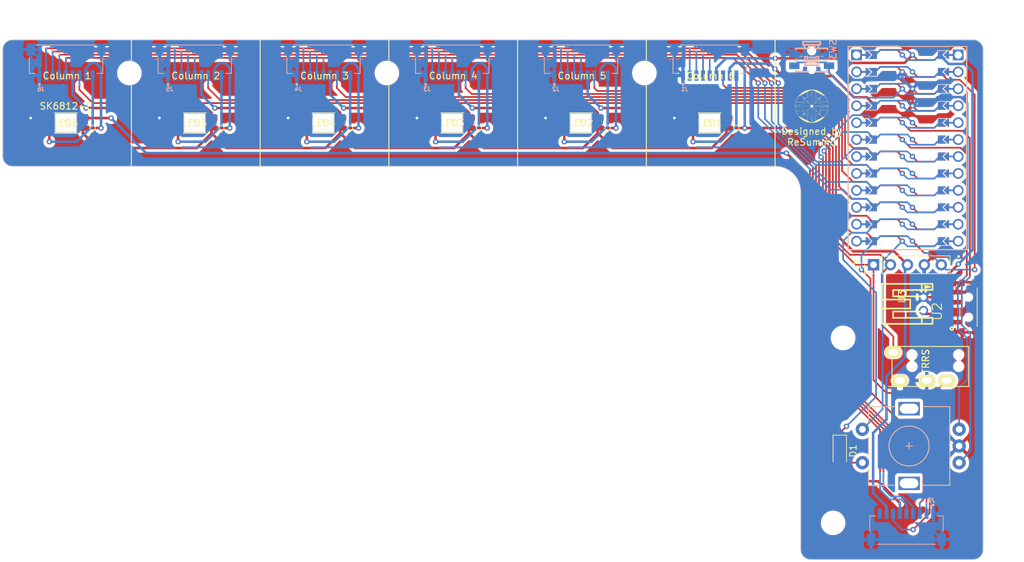
<source format=kicad_pcb>
(kicad_pcb (version 20221018) (generator pcbnew)
  (layers (0 "F.Cu" signal) (31 "B.Cu" signal) (34 "B.Paste" user) (35 "F.Paste" user) (36 "B.SilkS" user "B.Silkscreen") (37 "F.SilkS" user "F.Silkscreen") (38 "B.Mask" user) (39 "F.Mask" user) (44 "Edge.Cuts" user))
  (net 0 "")
  (net 1 "GND")
  (net 2 "/Row1")
  (net 3 "/Row2")
  (net 4 "/Row3")
  (net 5 "/Row4")
  (net 6 "/V+")
  (net 7 "SCL")
  (net 8 "SDA")
  (net 9 "/RGB_In1")
  (net 10 "/Col_In1")
  (net 11 "/Col_In2")
  (net 12 "/Col_In3")
  (net 13 "/Col_In4")
  (net 14 "/Col_In5")
  (net 15 "/Col_In6")
  (net 16 "/V_bat")
  (net 17 "RESET")
  (net 18 "ENCA")
  (net 19 "ENCB")
  (net 20 "/RGB_Out1")
  (net 21 "/RGB_In2")
  (net 22 "/RGB_Out2")
  (net 23 "/RGB_In3")
  (net 24 "/RGB_Out3")
  (net 25 "/RGB_In4")
  (net 26 "/RGB_Out4")
  (net 27 "/RGB_In5")
  (net 28 "/RGB_Out5")
  (net 29 "/RGB_In6")
  (net 30 "/RGB_Out6")
  (net 31 "unconnected-(J8-Pad1)")
  (net 32 "Net-(U2-PadL2)")
  (net 33 "/RowT")
  (net 34 "Net-(D1-A)")
  (net 35 "CS")
  (net 36 "/RGB_In7")
  (net 37 "/Col_InT")
  (net 38 "/RGB_Out7")
  (footprint "Seismos-libs:RotaryEncoder_Alps_EC11E-Switch_Vertical_H20mm-keebio_modified" (layer "F.Cu") (at 165.89 80.96 180)
    (fp_text reference "SW1" hide)
    (fp_text value "RotaryEncoder_Switch")
  )
  (footprint "Seismos-libs:MJ-4PP-9" (layer "F.Cu") (at 174.83 69.025 -90)
    (fp_text reference "J8")
    (fp_text value "MJ-4PP-9-Lily58" hide)
  )
  (footprint "Seismos-libs:Hole_M3_3.2mm" (layer "F.Cu") (at 156 64.75)
    (fp_text reference "")
    (fp_text value "Hole_M3_3.2mm")
  )
  (footprint "Seismos-libs:Hole_M3_3.2mm" (layer "F.Cu") (at 87.6 25)
    (fp_text reference "2")
    (fp_text value "Hole_M3_3.2mm")
  )
  (footprint "Connector_PinHeader_2.54mm:PinHeader_1x05_P2.54mm_Vertical" (layer "F.Cu") (at 160.556 53.766 90)
    (fp_text reference "J7")
    (fp_text value "Conn_01x05_Pin")
  )
  (footprint "Seismos-libs:SW_PCM12SMTR" (layer "F.Cu") (at 174.8 60.132 90)
    (fp_text reference "U2")
    (fp_text value "MSK-12C02_SMD_SPDT_SWITCH")
  )
  (footprint "Seismos-libs:Hole_M3_3.2mm" (layer "F.Cu") (at 49 25)
    (fp_text reference "")
    (fp_text value "Hole_M3_3.2mm")
  )
  (footprint "Seismos-libs:CONN-TH_S2B-PH-K-S-GW" (layer "F.Cu") (at 168.0505 59.632 90)
    (fp_text reference "U3")
    (fp_text value "S2B-PH-K-S-GW")
  )
  (footprint "Seismos-libs:Hole_M3_3.2mm" (layer "F.Cu") (at 126.2 25)
    (fp_text reference "4")
    (fp_text value "Hole_M3_3.2mm")
  )
  (footprint "keyboard_reversible:ProMicro" (layer "F.Cu") (at 165.636 36.256 -90)
    (fp_text reference "U1" hide)
    (fp_text value "ProMicro_2-Lily58-cache-Lily58_Pro-rescue")
  )
  (footprint "Seismos-libs:Hole_M3_3.2mm" (layer "F.Cu") (at 154.5 92.5)
    (fp_text reference "")
    (fp_text value "Hole_M3_3.2mm")
  )
  (footprint "Seismos-libs:ReSummit_Logo" (layer "F.Cu") (at 151.3 29.975)
    (fp_text reference "G***" hide)
    (fp_text value "LOGO" hide)
  )
  (footprint "Diode_SMD:D_SOD-123" (layer "F.Cu") (at 155.5 81.7 -90)
    (fp_text reference "D1")
    (fp_text value "1N4148W")
  )
  (footprint "Seismos-libs:SK6812-E" (layer "B.Cu") (at 39.5 32.5)
    (fp_text reference "LED6")
    (fp_text value "SK6812-E")
    (fp_rect (start -1.6256 1.4224) (end 1.5748 -1.4224) (stroke (width 0.12)) (fill none) (layer "Edge.Cuts"))
  )
  (footprint "Seismos-libs:SK6812-E" (layer "B.Cu") (at 136 32.5)
    (fp_text reference "LED1")
    (fp_text value "SK6812-E")
    (fp_rect (start -1.6256 1.4224) (end 1.5748 -1.4224) (stroke (width 0.12)) (fill none) (layer "Edge.Cuts"))
  )
  (footprint "Seismos-libs:JST_SM09B-SRSS-TB(LF)(SN)" (layer "B.Cu") (at 39.5 21.5)
    (fp_text reference "J6")
    (fp_text value "SM09B-SRSS-TB(LF)(SN)")
  )
  (footprint "Seismos-libs:SK6812-E" (layer "B.Cu") (at 97.4 32.5)
    (fp_text reference "LED3")
    (fp_text value "SK6812-E")
    (fp_rect (start -1.6256 1.4224) (end 1.5748 -1.4224) (stroke (width 0.12)) (fill none) (layer "Edge.Cuts"))
  )
  (footprint "Seismos-libs:SK6812-E" (layer "B.Cu") (at 78.1 32.5)
    (fp_text reference "LED4")
    (fp_text value "SK6812-E")
    (fp_rect (start -1.6256 1.4224) (end 1.5748 -1.4224) (stroke (width 0.12)) (fill none) (layer "Edge.Cuts"))
  )
  (footprint "Seismos-libs:JST_SM09B-SRSS-TB(LF)(SN)" (layer "B.Cu") (at 58.8 21.5)
    (fp_text reference "J5")
    (fp_text value "SM09B-SRSS-TB(LF)(SN)")
  )
  (footprint "Seismos-libs:SW-SMD_EVQPUD02K" (layer "B.Cu") (at 151.2875 23.0495 90)
    (fp_text reference "SW3")
    (fp_text value "EVQPUC02K")
  )
  (footprint "Seismos-libs:SK6812-E" (layer "B.Cu") (at 116.7 32.5)
    (fp_text reference "LED2")
    (fp_text value "SK6812-E")
    (fp_rect (start -1.6256 1.4224) (end 1.5748 -1.4224) (stroke (width 0.12)) (fill none) (layer "Edge.Cuts"))
  )
  (footprint "Seismos-libs:JST_SM09B-SRSS-TB(LF)(SN)" (layer "B.Cu") (at 136 21.5)
    (fp_text reference "J1")
    (fp_text value "SM09B-SRSS-TB(LF)(SN)")
  )
  (footprint "Seismos-libs:JST_SM09B-SRSS-TB(LF)(SN)" (layer "B.Cu") (at 165.5 95 180)
    (fp_text reference "J9")
    (fp_text value "SM09B-SRSS-TB(LF)(SN)")
  )
  (footprint "Seismos-libs:JST_SM09B-SRSS-TB(LF)(SN)" (layer "B.Cu") (at 97.4 21.5)
    (fp_text reference "J3")
    (fp_text value "SM09B-SRSS-TB(LF)(SN)")
  )
  (footprint "Seismos-libs:JST_SM09B-SRSS-TB(LF)(SN)" (layer "B.Cu") (at 78.1 21.5)
    (fp_text reference "J4")
    (fp_text value "SM09B-SRSS-TB(LF)(SN)")
  )
  (footprint "Seismos-libs:SK6812-E" (layer "B.Cu") (at 58.8 32.5)
    (fp_text reference "LED5")
    (fp_text value "SK6812-E")
    (fp_rect (start -1.6256 1.4224) (end 1.5748 -1.4224) (stroke (width 0.12)) (fill none) (layer "Edge.Cuts"))
  )
  (footprint "Seismos-libs:JST_SM09B-SRSS-TB(LF)(SN)" (layer "B.Cu") (at 116.7 21.5)
    (fp_text reference "J2")
    (fp_text value "SM09B-SRSS-TB(LF)(SN)")
  )
  (gr_line (start 87.9 20) (end 87.9 39) (stroke (width 0.15)) (layer "F.SilkS"))
  (gr_line (start 107.2 20) (end 107.2 39) (stroke (width 0.15)) (layer "F.SilkS"))
  (gr_line (start 49.3 20) (end 49.3 39) (stroke (width 0.15)) (layer "F.SilkS"))
  (gr_line (start 126.5 20) (end 126.5 39) (stroke (width 0.15)) (layer "F.SilkS"))
  (gr_line (start 145.8 20) (end 145.8 39) (stroke (width 0.15)) (layer "F.SilkS"))
  (gr_line (start 68.6 20) (end 68.6 39) (stroke (width 0.15)) (layer "F.SilkS"))
  (gr_line (start 151.134 98) (end 175.5 98) (stroke (width 0.1)) (layer "Edge.Cuts"))
  (gr_arc (start 175.5 20) (mid 176.56066 20.43934) (end 177 21.5) (stroke (width 0.1)) (layer "Edge.Cuts"))
  (gr_line (start 149.634 42.81) (end 149.634 96.5) (stroke (width 0.1)) (layer "Edge.Cuts"))
  (gr_arc (start 151.134 98) (mid 150.07334 97.56066) (end 149.634 96.5) (stroke (width 0.1)) (layer "Edge.Cuts"))
  (gr_line (start 31.5 39) (end 145.824 39) (stroke (width 0.1)) (layer "Edge.Cuts"))
  (gr_arc (start 31.5 39) (mid 30.43934 38.56066) (end 30 37.5) (stroke (width 0.1)) (layer "Edge.Cuts"))
  (gr_arc (start 30 21.5) (mid 30.43934 20.43934) (end 31.5 20) (stroke (width 0.1)) (layer "Edge.Cuts"))
  (gr_line (start 177 21.5) (end 177 96.5) (stroke (width 0.1)) (layer "Edge.Cuts"))
  (gr_arc (start 177 96.5) (mid 176.56066 97.56066) (end 175.5 98) (stroke (width 0.1)) (layer "Edge.Cuts"))
  (gr_arc (start 145.824 39) (mid 148.518077 40.115923) (end 149.634 42.81) (stroke (width 0.1)) (layer "Edge.Cuts"))
  (gr_line (start 175.5 20) (end 31.5 20) (stroke (width 0.1)) (layer "Edge.Cuts"))
  (gr_line (start 30 21.5) (end 30 37.5) (stroke (width 0.1)) (layer "Edge.Cuts"))
  (gr_text "Designed by\nReSummit" (at 151.325 35.95) (layer "F.SilkS") (effects (font (size 1 1)) (justify bottom)))
  (gr_text "Column 4" (at 97.55 26) (layer "F.SilkS") (effects (font (size 1 1)) (justify bottom)))
  (gr_text "Column 2" (at 58.95 26) (layer "F.SilkS") (effects (font (size 1 1)) (justify bottom)))
  (gr_text "Column 6" (at 136.15 26) (layer "F.SilkS") (effects (font (size 1 1)) (justify bottom)))
  (gr_text "Column 3" (at 78.25 26) (layer "F.SilkS") (effects (font (size 1 1)) (justify bottom)))
  (gr_text "Column 1" (at 39.65 26) (layer "F.SilkS") (effects (font (size 1 1)) (justify bottom)))
  (gr_text "Column 5" (at 116.85 26) (layer "F.SilkS") (effects (font (size 1 1)) (justify bottom)))
  (segment (start 94.8967 31.7493) (end 94.8981 31.7507) (width 0.381) (layer "F.Cu") (net 1))
  (segment (start 173.05 57.267) (end 173.835 56.482) (width 0.381) (layer "F.Cu") (net 1))
  (segment (start 53.5019 31.7493) (end 56.2967 31.7493) (width 0.381) (layer "F.Cu") (net 1))
  (segment (start 175 60.4) (end 171.6 60.4) (width 0.381) (layer "F.Cu") (net 1))
  (segment (start 130.7019 31.7493) (end 133.4967 31.7493) (width 0.381) (layer "F.Cu") (net 1))
  (segment (start 173.675 63.932) (end 170.645 63.932) (width 0.381) (layer "F.Cu") (net 1))
  (segment (start 133.4967 31.7493) (end 133.4981 31.7507) (width 0.381) (layer "F.Cu") (net 1))
  (segment (start 166.398 29.906) (end 166.398 27.366) (width 0.381) (layer "F.Cu") (net 1))
  (segment (start 75.5967 31.7493) (end 75.5981 31.7507) (width 0.381) (layer "F.Cu") (net 1))
  (segment (start 173.675 63.932) (end 175.875 63.932) (width 0.381) (layer "F.Cu") (net 1))
  (segment (start 169.832 58.632) (end 168.0505 58.632) (width 0.381) (layer "F.Cu") (net 1))
  (segment (start 175.925 59.475) (end 175 60.4) (width 0.381) (layer "F.Cu") (net 1))
  (segment (start 173.05 57.882) (end 173.05 57.267) (width 0.381) (layer "F.Cu") (net 1))
  (segment (start 173.725 56.382) (end 173.675 56.332) (width 0.381) (layer "F.Cu") (net 1))
  (segment (start 175.875 63.932) (end 175.925 63.882) (width 0.381) (layer "F.Cu") (net 1))
  (segment (start 72.8019 31.7493) (end 75.5967 31.7493) (width 0.381) (layer "F.Cu") (net 1))
  (segment (start 111.4019 31.7493) (end 114.1967 31.7493) (width 0.381) (layer "F.Cu") (net 1))
  (segment (start 169.4165 52.5255) (end 168.176 53.766) (width 0.381) (layer "F.Cu") (net 1))
  (segment (start 175.925 56.382) (end 173.725 56.382) (width 0.381) (layer "F.Cu") (net 1))
  (segment (start 92.1019 31.7493) (end 94.8967 31.7493) (width 0.381) (layer "F.Cu") (net 1))
  (segment (start 114.1967 31.7493) (end 114.1981 31.7507) (width 0.381) (layer "F.Cu") (net 1))
  (segment (start 34.2019 31.7493) (end 36.9967 31.7493) (width 0.381) (layer "F.Cu") (net 1))
  (segment (start 170.645 63.932) (end 168.53 66.047) (width 0.381) (layer "F.Cu") (net 1))
  (segment (start 36.9967 31.7493) (end 36.9981 31.7507) (width 0.381) (layer "F.Cu") (net 1))
  (segment (start 171.6 60.4) (end 169.832 58.632) (width 0.381) (layer "F.Cu") (net 1))
  (segment (start 175.925 56.382) (end 175.925 59.475) (width 0.381) (layer "F.Cu") (net 1))
  (segment (start 173.3095 52.5255) (end 169.4165 52.5255) (width 0.381) (layer "F.Cu") (net 1))
  (segment (start 56.2967 31.7493) (end 56.2981 31.7507) (width 0.381) (layer "F.Cu") (net 1))
  (via (at 130.7019 31.7493) (size 0.8) (drill 0.4) (layers "F.Cu" "B.Cu") (net 1))
  (via (at 53.5019 31.7493) (size 0.8) (drill 0.4) (layers "F.Cu" "B.Cu") (net 1))
  (via (at 173.3095 52.5255) (size 0.8) (drill 0.4) (layers "F.Cu" "B.Cu") (net 1))
  (via (at 111.4019 31.7493) (size 0.8) (drill 0.4) (layers "F.Cu" "B.Cu") (net 1))
  (via (at 34.2019 31.7493) (size 0.8) (drill 0.4) (layers "F.Cu" "B.Cu") (net 1))
  (via (at 72.8019 31.7493) (size 0.8) (drill 0.4) (layers "F.Cu" "B.Cu") (net 1))
  (via micro (at 168.53 66.047) (size 0.3) (drill 0.1) (layers "F.Cu" "B.Cu") (net 1))
  (via (at 151.3 29.975) (size 0.8) (drill 0.4) (layers "F.Cu" "B.Cu") (net 1))
  (via (at 92.1019 31.7493) (size 0.8) (drill 0.4) (layers "F.Cu" "B.Cu") (net 1))
  (segment (start 153.8875 22.1995) (end 154.6625 22.1995) (width 0.381) (layer "B.Cu") (net 1))
  (segment (start 35.5 25.375) (end 35.5 22.8) (width 0.381) (layer "B.Cu") (net 1))
  (segment (start 166.4 60.2825) (end 168.0505 58.632) (width 0.381) (layer "B.Cu") (net 1))
  (segment (start 174.6 51.235) (end 174.6 29.566378) (width 0.381) (layer "B.Cu") (net 1))
  (segment (start 130.7 31.7474) (end 130.7019 31.7493) (width 0.381) (layer "B.Cu") (net 1))
  (segment (start 173.633622 28.6) (end 170.2 28.6) (width 0.381) (layer "B.Cu") (net 1))
  (segment (start 34.2 31.7474) (end 34.2019 31.7493) (width 0.381) (layer "B.Cu") (net 1))
  (segment (start 149.1875 22.6995) (end 153.3875 22.6995) (width 0.381) (layer "B.Cu") (net 1))
  (segment (start 92.1 31.7474) (end 92.1019 31.7493) (width 0.381) (layer "B.Cu") (net 1))
  (segment (start 168.53 66.047) (end 166.4 63.917) (width 0.381) (layer "B.Cu") (net 1))
  (segment (start 169.5 91.125) (end 169.5 93.7) (width 0.381) (layer "B.Cu") (net 1))
  (segment (start 147.988 21.5) (end 148.6875 22.1995) (width 0.381) (layer "B.Cu") (net 1))
  (segment (start 72.8 31.7474) (end 72.8019 31.7493) (width 0.381) (layer "B.Cu") (net 1))
  (segment (start 72.8 24.075) (end 72.8 21.5) (width 0.381) (layer "B.Cu") (net 1))
  (segment (start 153.3875 22.6995) (end 153.8875 22.1995) (width 0.381) (layer "B.Cu") (net 1))
  (segment (start 112.7 25.375) (end 111.4 24.075) (width 0.381) (layer "B.Cu") (net 1))
  (segment (start 170.8 95) (end 160.2 95) (width 0.381) (layer "B.Cu") (net 1))
  (segment (start 130.7 24.075) (end 130.7 21.5) (width 0.381) (layer "B.Cu") (net 1))
  (segment (start 154.6625 22.1995) (end 156.2 23.737) (width 0.381) (layer "B.Cu") (net 1))
  (segment (start 168.894 29.906) (end 166.398 29.906) (width 0.381) (layer "B.Cu") (net 1))
  (segment (start 132 25.375) (end 130.7 24.075) (width 0.381) (layer "B.Cu") (net 1))
  (segment (start 169.5 91.125) (end 169.5 84.85) (width 0.381) (layer "B.Cu") (net 1))
  (segment (start 173.3095 52.5255) (end 174.6 51.235) (width 0.381) (layer "B.Cu") (net 1))
  (segment (start 35.5 22.8) (end 34.2 21.5) (width 0.381) (layer "B.Cu") (net 1))
  (segment (start 53.5 21.5) (end 53.5 31.7474) (width 0.381) (layer "B.Cu") (net 1))
  (segment (start 168.53 71.997) (end 168.53 66.047) (width 0.381) (layer "B.Cu") (net 1))
  (segment (start 34.75 20.75) (end 141.75 20.75) (width 0.381) (layer "B.Cu") (net 1))
  (segment (start 173.39 80.96) (end 168.53 76.1) (width 0.381) (layer "B.Cu") (net 1))
  (segment (start 164.874 24.826) (end 164.874 25.842) (width 0.381) (layer "B.Cu") (net 1))
  (segment (start 163.6835 26.0165) (end 164.874 24.826) (width 0.381) (layer "B.Cu") (net 1))
  (segment (start 34.2 21.5) (end 34.2 21.3) (width 0.381) (layer "B.Cu") (net 1))
  (segment (start 148.6875 22.1995) (end 149.1875 22.6995) (width 0.381) (layer "B.Cu") (net 1))
  (segment (start 169.5 84.85) (end 173.39 80.96) (width 0.381) (layer "B.Cu") (net 1))
  (segment (start 168.0505 58.632) (end 168.0505 53.8915) (width 0.381) (layer "B.Cu") (net 1))
  (segment (start 34.2 21.3) (end 34.75 20.75) (width 0.381) (layer "B.Cu") (net 1))
  (segment (start 74.1 25.375) (end 72.8 24.075) (width 0.381) (layer "B.Cu") (net 1))
  (segment (start 93.4 25.375) (end 92.1 24.075) (width 0.381) (layer "B.Cu") (net 1))
  (segment (start 168.53 76.1) (end 168.53 71.997) (width 0.381) (layer "B.Cu") (net 1))
  (segment (start 53.5 31.7474) (end 53.5019 31.7493) (width 0.381) (layer "B.Cu") (net 1))
  (segment (start 53.5 24.075) (end 53.5 21.5) (width 0.381) (layer "B.Cu") (net 1))
  (segment (start 111.4 24.075) (end 111.4 21.5) (width 0.381) (layer "B.Cu") (net 1))
  (segment (start 54.8 25.375) (end 53.5 24.075) (width 0.381) (layer "B.Cu") (net 1))
  (segment (start 111.4 21.5) (end 111.4 31.7474) (width 0.381) (layer "B.Cu") (net 1))
  (segment (start 166.4 63.917) (end 166.4 60.2825) (width 0.381) (layer "B.Cu") (net 1))
  (segment (start 174.6 29.566378) (end 173.633622 28.6) (width 0.381) (layer "B.Cu") (net 1))
  (segment (start 169.5 93.7) (end 170.8 95) (width 0.381) (layer "B.Cu") (net 1))
  (segment (start 157.522878 26.0165) (end 163.6835 26.0165) (width 0.381) (layer "B.Cu") (net 1))
  (segment (start 170.2 28.6) (end 168.894 29.906) (width 0.381) (layer "B.Cu") (net 1))
  (segment (start 130.7 21.5) (end 130.7 31.7474) (width 0.381) (layer "B.Cu") (net 1))
  (segment (start 92.1 21.5) (end 92.1 31.7474) (width 0.381) (layer "B.Cu") (net 1))
  (segment (start 164.874 25.842) (end 166.398 27.366) (width 0.381) (layer "B.Cu") (net 1))
  (segment (start 34.2 21.5) (end 34.2 31.7474) (width 0.381) (layer "B.Cu") (net 1))
  (segment (start 111.4 31.7474) (end 111.4019 31.7493) (width 0.381) (layer "B.Cu") (net 1))
  (segment (start 72.8 21.5) (end 72.8 31.7474) (width 0.381) (layer "B.Cu") (net 1))
  (segment (start 141.3 21.5) (end 147.988 21.5) (width 0.381) (layer "B.Cu") (net 1))
  (segment (start 156.2 24.693622) (end 157.522878 26.0165) (width 0.381) (layer "B.Cu") (net 1))
  (segment (start 92.1 24.075) (end 92.1 21.5) (width 0.381) (layer "B.Cu") (net 1))
  (segment (start 168.0505 53.8915) (end 168.176 53.766) (width 0.381) (layer "B.Cu") (net 1))
  (segment (start 156.2 23.737) (end 156.2 24.693622) (width 0.381) (layer "B.Cu") (net 1))
  (segment (start 152.3795 67.453344) (end 168.5 83.573844) (width 0.254) (layer "F.Cu") (net 2))
  (segment (start 141.09764 21.29) (end 146.282509 26.474869) (width 0.254) (layer "F.Cu") (net 2))
  (segment (start 152.385 38.3195) (end 152.385 56.615) (width 0.254) (layer "F.Cu") (net 2))
  (segment (start 168.5 83.573844) (end 168.5 89.5) (width 0.254) (layer "F.Cu") (net 2))
  (segment (start 94.4 21.29) (end 113.7 21.29) (width 0.254) (layer "F.Cu") (net 2))
  (segment (start 152.385 56.615) (end 152.3795 56.6205) (width 0.254) (layer "F.Cu") (net 2))
  (segment (start 113.7 21.29) (end 133 21.29) (width 0.254) (layer "F.Cu") (net 2))
  (segment (start 75.1 21.29) (end 94.4 21.29) (width 0.254) (layer "F.Cu") (net 2))
  (segment (start 36.5 21.29) (end 55.8 21.29) (width 0.254) (layer "F.Cu") (net 2))
  (segment (start 55.8 21.29) (end 75.1 21.29) (width 0.254) (layer "F.Cu") (net 2))
  (segment (start 133 21.29) (end 141.09764 21.29) (width 0.254) (layer "F.Cu") (net 2))
  (segment (start 152.3795 56.6205) (end 152.3795 67.453344) (width 0.254) (layer "F.Cu") (net 2))
  (segment (start 146.282509 26.474869) (end 146.282509 26.5035) (width 0.254) (layer "F.Cu") (net 2))
  (via micro (at 36.5 21.29) (size 0.3) (drill 0.1) (layers "F.Cu" "B.Cu") (net 2))
  (via micro (at 168.5 89.5) (size 0.3) (drill 0.1) (layers "F.Cu" "B.Cu") (net 2))
  (via micro (at 94.4 21.29) (size 0.3) (drill 0.1) (layers "F.Cu" "B.Cu") (net 2))
  (via micro (at 55.8 21.29) (size 0.3) (drill 0.1) (layers "F.Cu" "B.Cu") (net 2))
  (via micro (at 113.7 21.29) (size 0.3) (drill 0.1) (layers "F.Cu" "B.Cu") (net 2))
  (via micro (at 75.1 21.29) (size 0.3) (drill 0.1) (layers "F.Cu" "B.Cu") (net 2))
  (via micro (at 133 21.29) (size 0.3) (drill 0.1) (layers "F.Cu" "B.Cu") (net 2))
  (via (at 146.282509 26.5035) (size 0.8) (drill 0.4) (layers "F.Cu" "B.Cu") (net 2))
  (via micro (at 152.385 38.3195) (size 0.3) (drill 0.1) (layers "F.Cu" "B.Cu") (net 2))
  (segment (start 146.282509 32.618905) (end 146.282509 26.5035) (width 0.254) (layer "B.Cu") (net 2))
  (segment (start 149.323053 35.606) (end 149.269604 35.606) (width 0.254) (layer "B.Cu") (net 2))
  (segment (start 155.5555 38.3195) (end 157.476 36.399) (width 0.254) (layer "B.Cu") (net 2))
  (segment (start 36.5 25.375) (end 36.5 21.29) (width 0.254) (layer "B.Cu") (net 2))
  (segment (start 152.385 38.3195) (end 152.036552 38.3195) (width 0.254) (layer "B.Cu") (net 2))
  (segment (start 75.1 25.375) (end 75.1 21.29) (width 0.254) (layer "B.Cu") (net 2))
  (segment (start 113.7 25.375) (end 113.7 21.29) (width 0.254) (layer "B.Cu") (net 2))
  (segment (start 157.476 36.399) (end 159.683 36.399) (width 0.254) (layer "B.Cu") (net 2))
  (segment (start 159.683 36.399) (end 160.81 37.526) (width 0.254) (layer "B.Cu") (net 2))
  (segment (start 152.036552 38.3195) (end 149.323053 35.606) (width 0.254) (layer "B.Cu") (net 2))
  (segment (start 152.385 38.3195) (end 155.5555 38.3195) (width 0.254) (layer "B.Cu") (net 2))
  (segment (start 149.269604 35.606) (end 146.282509 32.618905) (width 0.254) (layer "B.Cu") (net 2))
  (segment (start 133 25.375) (end 133 21.29) (width 0.254) (layer "B.Cu") (net 2))
  (segment (start 94.4 25.375) (end 94.4 21.29) (width 0.254) (layer "B.Cu") (net 2))
  (segment (start 55.8 25.375) (end 55.8 21.29) (width 0.254) (layer "B.Cu") (net 2))
  (segment (start 168.5 91.125) (end 168.5 89.5) (width 0.254) (layer "B.Cu") (net 2))
  (segment (start 56.8 21.7665) (end 76.1 21.7665) (width 0.254) (layer "F.Cu") (net 3))
  (segment (start 134 21.7665) (end 140.574637 21.7665) (width 0.254) (layer "F.Cu") (net 3))
  (segment (start 37.5 21.7665) (end 56.8 21.7665) (width 0.254) (layer "F.Cu") (net 3))
  (segment (start 95.4 21.7665) (end 114.7 21.7665) (width 0.254) (layer "F.Cu") (net 3))
  (segment (start 76.1 21.7665) (end 95.4 21.7665) (width 0.254) (layer "F.Cu") (net 3))
  (segment (start 151.9255 46.828553) (end 151.9255 67.641396) (width 0.254) (layer "F.Cu") (net 3))
  (segment (start 151.931 38.8185) (end 151.931 46.823053) (width 0.254) (layer "F.Cu") (net 3))
  (segment (start 145.283006 26.474869) (end 145.283006 26.5035) (width 0.254) (layer "F.Cu") (net 3))
  (segment (start 151.931 46.823053) (end 151.9255 46.828553) (width 0.254) (layer "F.Cu") (net 3))
  (segment (start 168.046 88.954) (end 167.5 89.5) (width 0.254) (layer "F.Cu") (net 3))
  (segment (start 151.9255 67.641396) (end 168.046 83.761896) (width 0.254) (layer "F.Cu") (net 3))
  (segment (start 151.9085 38.796) (end 151.931 38.8185) (width 0.254) (layer "F.Cu") (net 3))
  (segment (start 140.574637 21.7665) (end 145.283006 26.474869) (width 0.254) (layer "F.Cu") (net 3))
  (segment (start 168.046 83.761896) (end 168.046 88.954) (width 0.254) (layer "F.Cu") (net 3))
  (segment (start 114.7 21.7665) (end 134 21.7665) (width 0.254) (layer "F.Cu") (net 3))
  (via micro (at 134 21.7665) (size 0.3) (drill 0.1) (layers "F.Cu" "B.Cu") (net 3))
  (via micro (at 151.9085 38.796) (size 0.3) (drill 0.1) (layers "F.Cu" "B.Cu") (net 3))
  (via micro (at 56.8 21.7665) (size 0.3) (drill 0.1) (layers "F.Cu" "B.Cu") (net 3))
  (via micro (at 95.4 21.7665) (size 0.3) (drill 0.1) (layers "F.Cu" "B.Cu") (net 3))
  (via (at 145.283006 26.5035) (size 0.8) (drill 0.4) (layers "F.Cu" "B.Cu") (net 3))
  (via micro (at 167.5 89.5) (size 0.3) (drill 0.1) (layers "F.Cu" "B.Cu") (net 3))
  (via micro (at 76.1 21.7665) (size 0.3) (drill 0.1) (layers "F.Cu" "B.Cu") (net 3))
  (via micro (at 37.5 21.7665) (size 0.3) (drill 0.1) (layers "F.Cu" "B.Cu") (net 3))
  (via micro (at 114.7 21.7665) (size 0.3) (drill 0.1) (layers "F.Cu" "B.Cu") (net 3))
  (segment (start 114.7 25.375) (end 114.7 21.7665) (width 0.254) (layer "B.Cu") (net 3))
  (segment (start 149.081552 36.06) (end 145.283006 32.261454) (width 0.254) (layer "B.Cu") (net 3))
  (segment (start 95.4 25.375) (end 95.4 21.7665) (width 0.254) (layer "B.Cu") (net 3))
  (segment (start 56.8 25.375) (end 56.8 21.7665) (width 0.254) (layer "B.Cu") (net 3))
  (segment (start 151.871 38.796) (end 149.135 36.06) (width 0.254) (layer "B.Cu") (net 3))
  (segment (start 151.9085 38.796) (end 159.54 38.796) (width 0.254) (layer "B.Cu") (net 3))
  (segment (start 145.283006 32.261454) (end 145.283006 26.5035) (width 0.254) (layer "B.Cu") (net 3))
  (segment (start 151.9085 38.796) (end 151.871 38.796) (width 0.254) (layer "B.Cu") (net 3))
  (segment (start 37.5 25.375) (end 37.5 21.7665) (width 0.254) (layer "B.Cu") (net 3))
  (segment (start 149.135 36.06) (end 149.081552 36.06) (width 0.254) (layer "B.Cu") (net 3))
  (segment (start 167.5 91.125) (end 167.5 89.5) (width 0.254) (layer "B.Cu") (net 3))
  (segment (start 134 25.375) (end 134 21.7665) (width 0.254) (layer "B.Cu") (net 3))
  (segment (start 159.54 38.796) (end 160.81 40.066) (width 0.254) (layer "B.Cu") (net 3))
  (segment (start 76.1 25.375) (end 76.1 21.7665) (width 0.254) (layer "B.Cu") (net 3))
  (segment (start 151.4715 67.829448) (end 162.039006 78.396954) (width 0.254) (layer "F.Cu") (net 4))
  (segment (start 151.4545 39.075) (end 151.4715 39.092) (width 0.254) (layer "F.Cu") (net 4))
  (segment (start 115.7 22.243) (end 135 22.243) (width 0.254) (layer "F.Cu") (net 4))
  (segment (start 144.283503 26.474869) (end 144.283503 26.5035) (width 0.254) (layer "F.Cu") (net 4))
  (segment (start 135 22.243) (end 140.051634 22.243) (width 0.254) (layer "F.Cu") (net 4))
  (segment (start 96.4 22.243) (end 115.7 22.243) (width 0.254) (layer "F.Cu") (net 4))
  (segment (start 151.4715 39.092) (end 151.4715 67.829448) (width 0.254) (layer "F.Cu") (net 4))
  (segment (start 77.1 22.243) (end 96.4 22.243) (width 0.254) (layer "F.Cu") (net 4))
  (segment (start 38.5 22.243) (end 57.8 22.243) (width 0.254) (layer "F.Cu") (net 4))
  (segment (start 140.051634 22.243) (end 144.283503 26.474869) (width 0.254) (layer "F.Cu") (net 4))
  (segment (start 162.039006 78.396954) (end 162.039006 85) (width 0.254) (layer "F.Cu") (net 4))
  (segment (start 57.8 22.243) (end 77.1 22.243) (width 0.254) (layer "F.Cu") (net 4))
  (via micro (at 57.8 22.243) (size 0.3) (drill 0.1) (layers "F.Cu" "B.Cu") (net 4))
  (via micro (at 151.4545 39.075) (size 0.3) (drill 0.1) (layers "F.Cu" "B.Cu") (net 4))
  (via micro (at 162.039006 85) (size 0.3) (drill 0.1) (layers "F.Cu" "B.Cu") (net 4))
  (via micro (at 96.4 22.243) (size 0.3) (drill 0.1) (layers "F.Cu" "B.Cu") (net 4))
  (via (at 144.283503 26.5035) (size 0.8) (drill 0.4) (layers "F.Cu" "B.Cu") (net 4))
  (via micro (at 135 22.243) (size 0.3) (drill 0.1) (layers "F.Cu" "B.Cu") (net 4))
  (via micro (at 115.7 22.243) (size 0.3) (drill 0.1) (layers "F.Cu" "B.Cu") (net 4))
  (via micro (at 38.5 22.243) (size 0.3) (drill 0.1) (layers "F.Cu" "B.Cu") (net 4))
  (via micro (at 77.1 22.243) (size 0.3) (drill 0.1) (layers "F.Cu" "B.Cu") (net 4))
  (segment (start 57.8 25.375) (end 57.8 22.243) (width 0.254) (layer "B.Cu") (net 4))
  (segment (start 163.170552 88.5285) (end 162.039006 87.396954) (width 0.254) (layer "B.Cu") (net 4))
  (segment (start 159.534419 41.330419) (end 160.81 42.606) (width 0.254) (layer "B.Cu") (net 4))
  (segment (start 135 25.375) (end 135 22.243) (width 0.254) (layer "B.Cu") (net 4))
  (segment (start 164.9325 88.5285) (end 163.170552 88.5285) (width 0.254) (layer "B.Cu") (net 4))
  (segment (start 151.4545 39.075) (end 153.709919 41.330419) (width 0.254) (layer "B.Cu") (net 4))
  (segment (start 166.5 91.125) (end 166.5 90.096) (width 0.254) (layer "B.Cu") (net 4))
  (segment (start 144.283503 31.904003) (end 144.283503 26.5035) (width 0.254) (layer "B.Cu") (net 4))
  (segment (start 166.5 90.096) (end 164.9325 88.5285) (width 0.254) (layer "B.Cu") (net 4))
  (segment (start 151.4545 39.075) (end 144.283503 31.904003) (width 0.254) (layer "B.Cu") (net 4))
  (segment (start 77.1 25.375) (end 77.1 22.243) (width 0.254) (layer "B.Cu") (net 4))
  (segment (start 38.5 25.375) (end 38.5 22.243) (width 0.254) (layer "B.Cu") (net 4))
  (segment (start 162.039006 87.396954) (end 162.039006 85) (width 0.254) (layer "B.Cu") (net 4))
  (segment (start 153.709919 41.330419) (end 159.534419 41.330419) (width 0.254) (layer "B.Cu") (net 4))
  (segment (start 115.7 25.375) (end 115.7 22.243) (width 0.254) (layer "B.Cu") (net 4))
  (segment (start 96.4 25.375) (end 96.4 22.243) (width 0.254) (layer "B.Cu") (net 4))
  (segment (start 151.0175 39.405052) (end 151.0175 68.0175) (width 0.254) (layer "F.Cu") (net 5))
  (segment (start 150.995 39.382552) (end 151.0175 39.405052) (width 0.254) (layer "F.Cu") (net 5))
  (segment (start 161.539503 78.539503) (end 161.539503 85) (width 0.254) (layer "F.Cu") (net 5))
  (segment (start 39.5 22.7195) (end 58.8 22.7195) (width 0.254) (layer "F.Cu") (net 5))
  (segment (start 151.0175 68.0175) (end 161.539503 78.539503) (width 0.254) (layer "F.Cu") (net 5))
  (segment (start 78.1 22.7195) (end 97.4 22.7195) (width 0.254) (layer "F.Cu") (net 5))
  (segment (start 139.5 22.7195) (end 143.284 26.5035) (width 0.254) (layer "F.Cu") (net 5))
  (segment (start 97.4 22.7195) (end 116.7 22.7195) (width 0.254) (layer "F.Cu") (net 5))
  (segment (start 116.7 22.7195) (end 136 22.7195) (width 0.254) (layer "F.Cu") (net 5))
  (segment (start 136 22.7195) (end 139.5 22.7195) (width 0.254) (layer "F.Cu") (net 5))
  (segment (start 58.8 22.7195) (end 78.1 22.7195) (width 0.254) (layer "F.Cu") (net 5))
  (via micro (at 150.995 39.382552) (size 0.3) (drill 0.1) (layers "F.Cu" "B.Cu") (net 5))
  (via micro (at 97.4 22.7195) (size 0.3) (drill 0.1) (layers "F.Cu" "B.Cu") (net 5))
  (via micro (at 136 22.7195) (size 0.3) (drill 0.1) (layers "F.Cu" "B.Cu") (net 5))
  (via micro (at 58.8 22.7195) (size 0.3) (drill 0.1) (layers "F.Cu" "B.Cu") (net 5))
  (via micro (at 39.5 22.7195) (size 0.3) (drill 0.1) (layers "F.Cu" "B.Cu") (net 5))
  (via micro (at 78.1 22.7195) (size 0.3) (drill 0.1) (layers "F.Cu" "B.Cu") (net 5))
  (via (at 143.284 26.5035) (size 0.8) (drill 0.4) (layers "F.Cu" "B.Cu") (net 5))
  (via micro (at 161.539503 85) (size 0.3) (drill 0.1) (layers "F.Cu" "B.Cu") (net 5))
  (via micro (at 116.7 22.7195) (size 0.3) (drill 0.1) (layers "F.Cu" "B.Cu") (net 5))
  (segment (start 161.539503 87.539503) (end 161.539503 85) (width 0.254) (layer "B.Cu") (net 5))
  (segment (start 150.995 39.382552) (end 143.284 31.671552) (width 0.254) (layer "B.Cu") (net 5))
  (segment (start 154.112448 42.5) (end 156 42.5) (width 0.254) (layer "B.Cu") (net 5))
  (segment (start 78.1 25.375) (end 78.1 22.7195) (width 0.254) (layer "B.Cu") (net 5))
  (segment (start 156 42.5) (end 157.376 43.876) (width 0.254) (layer "B.Cu") (net 5))
  (segment (start 58.8 25.375) (end 58.8 22.7195) (width 0.254) (layer "B.Cu") (net 5))
  (segment (start 164.714356 88.9825) (end 162.9825 88.9825) (width 0.254) (layer "B.Cu") (net 5))
  (segment (start 116.7 25.375) (end 116.7 22.7195) (width 0.254) (layer "B.Cu") (net 5))
  (segment (start 165.5 89.768144) (end 164.714356 88.9825) (width 0.254) (layer "B.Cu") (net 5))
  (segment (start 159.54 43.876) (end 160.81 45.146) (width 0.254) (layer "B.Cu") (net 5))
  (segment (start 162.9825 88.9825) (end 161.539503 87.539503) (width 0.254) (layer "B.Cu") (net 5))
  (segment (start 157.376 43.876) (end 159.54 43.876) (width 0.254) (layer "B.Cu") (net 5))
  (segment (start 39.5 25.375) (end 39.5 22.7195) (width 0.254) (layer "B.Cu") (net 5))
  (segment (start 136 25.375) (end 136 22.7195) (width 0.254) (layer "B.Cu") (net 5))
  (segment (start 143.284 31.671552) (end 143.284 26.5035) (width 0.254) (layer "B.Cu") (net 5))
  (segment (start 97.4 25.375) (end 97.4 22.7195) (width 0.254) (layer "B.Cu") (net 5))
  (segment (start 150.995 39.382552) (end 154.112448 42.5) (width 0.254) (layer "B.Cu") (net 5))
  (segment (start 165.5 91.125) (end 165.5 89.768144) (width 0.254) (layer "B.Cu") (net 5))
  (segment (start 61.3026 33.25) (end 61.3019 33.2493) (width 0.381) (layer "F.Cu") (net 6))
  (segment (start 138.5026 33.25) (end 138.5019 33.2493) (width 0.381) (layer "F.Cu") (net 6))
  (segment (start 59.0886 36.25) (end 44.25 36.25) (width 0.381) (layer "F.Cu") (net 6))
  (segment (start 116.9886 36.25) (end 119.2019 34.0367) (width 0.381) (layer "F.Cu") (net 6))
  (segment (start 99.9019 34.0367) (end 99.9019 33.2493) (width 0.381) (layer "F.Cu") (net 6))
  (segment (start 97.6886 36.25) (end 82.85 36.25) (width 0.381) (layer "F.Cu") (net 6))
  (segment (start 42.0026 33.25) (end 42.0019 33.2493) (width 0.381) (layer "F.Cu") (net 6))
  (segment (start 157.602378 28.636) (end 159.54 28.636) (width 0.381) (layer "F.Cu") (net 6))
  (segment (start 159.54 28.636) (end 160.81 29.906) (width 0.381) (layer "F.Cu") (net 6))
  (segment (start 78.3886 36.25) (end 80.6019 34.0367) (width 0.381) (layer "F.Cu") (net 6))
  (segment (start 119.2019 33.9981) (end 119.2019 33.2493) (width 0.381) (layer "F.Cu") (net 6))
  (segment (start 61.3019 33.9981) (end 61.3019 33.2493) (width 0.381) (layer "F.Cu") (net 6))
  (segment (start 64.05 33.25) (end 61.3026 33.25) (width 0.381) (layer "F.Cu") (net 6))
  (segment (start 97.6886 36.25) (end 99.9019 34.0367) (width 0.381) (layer "F.Cu") (net 6))
  (segment (start 44.75 33.25) (end 42.0026 33.25) (width 0.381) (layer "F.Cu") (net 6))
  (segment (start 80.6019 34.0367) (end 80.6019 33.2493) (width 0.381) (layer "F.Cu") (net 6))
  (segment (start 165.636 53.766) (end 163.62 51.75) (width 0.381) (layer "F.Cu") (net 6))
  (segment (start 145.775 24.375) (end 146.84675 25.44675) (width 0.381) (layer "F.Cu") (net 6))
  (segment (start 102.15 36.25) (end 99.9 34) (width 0.381) (layer "F.Cu") (net 6))
  (segment (start 83.35 33.25) (end 80.6026 33.25) (width 0.381) (layer "F.Cu") (net 6))
  (segment (start 99.9 34) (end 99.9019 33.9981) (width 0.381) (layer "F.Cu") (net 6))
  (segment (start 63.55 36.25) (end 61.3 34) (width 0.381) (layer "F.Cu") (net 6))
  (segment (start 42.0019 33.9981) (end 42.0019 33.2493) (width 0.381) (layer "F.Cu") (net 6))
  (segment (start 102.65 33.25) (end 99.9026 33.25) (width 0.381) (layer "F.Cu") (net 6))
  (segment (start 146.84675 25.44675) (end 154.413128 25.44675) (width 0.381) (layer "F.Cu") (net 6))
  (segment (start 42 34) (end 42.0019 33.9981) (width 0.381) (layer "F.Cu") (net 6))
  (segment (start 99.9019 33.9981) (end 99.9019 33.2493) (width 0.381) (layer "F.Cu") (net 6))
  (segment (start 80.6026 33.25) (end 80.6019 33.2493) (width 0.381) (layer "F.Cu") (net 6))
  (segment (start 138.5019 34.0367) (end 138.5019 33.2493) (width 0.381) (layer "F.Cu") (net 6))
  (segment (start 44.25 36.25) (end 42 34) (width 0.381) (layer "F.Cu") (net 6))
  (segment (start 121.45 36.25) (end 119.2 34) (width 0.381) (layer "F.Cu") (net 6))
  (segment (start 121.95 33.25) (end 119.2026 33.25) (width 0.381) (layer "F.Cu") (net 6))
  (segment (start 80.6019 33.9981) (end 80.6019 33.2493) (width 0.381) (layer "F.Cu") (net 6))
  (segment (start 59.0886 36.25) (end 61.3019 34.0367) (width 0.381) (layer "F.Cu") (net 6))
  (segment (start 136.2886 36.25) (end 121.45 36.25) (width 0.381) (layer "F.Cu") (net 6))
  (segment (start 153.9425 48.1845) (end 153.9425 36.3425) (width 0.381) (layer "F.Cu") (net 6))
  (segment (start 119.2026 33.25) (end 119.2019 33.2493) (width 0.381) (layer "F.Cu") (net 6))
  (segment (start 150.85 33.25) (end 141.25 33.25) (width 0.381) (layer "F.Cu") (net 6))
  (segment (start 136.2886 36.25) (end 138.5019 34.0367) (width 0.381) (layer "F.Cu") (net 6))
  (segment (start 82.85 36.25) (end 80.6 34) (width 0.381) (layer "F.Cu") (net 6))
  (segment (start 119.2 34) (end 119.2019 33.9981) (width 0.381) (layer "F.Cu") (net 6))
  (segment (start 61.3 34) (end 61.3019 33.9981) (width 0.381) (layer "F.Cu") (net 6))
  (segment (start 99.9026 33.25) (end 99.9019 33.2493) (width 0.381) (layer "F.Cu") (net 6))
  (segment (start 78.3886 36.25) (end 63.55 36.25) (width 0.381) (layer "F.Cu") (net 6))
  (segment (start 80.6 34) (end 80.6019 33.9981) (width 0.381) (layer "F.Cu") (net 6))
  (segment (start 141.25 33.25) (end 138.5026 33.25) (width 0.381) (layer "F.Cu") (net 6))
  (segment (start 157.508 51.75) (end 153.9425 48.1845) (width 0.381) (layer "F.Cu") (net 6))
  (segment (start 116.9886 36.25) (end 102.15 36.25) (width 0.381) (layer "F.Cu") (net 6))
  (segment (start 154.413128 25.44675) (end 157.602378 28.636) (width 0.381) (layer "F.Cu") (net 6))
  (segment (start 153.9425 36.3425) (end 150.85 33.25) (width 0.381) (layer "F.Cu") (net 6))
  (segment (start 163.62 51.75) (end 157.508 51.75) (width 0.381) (layer "F.Cu") (net 6))
  (segment (start 61.3019 34.0367) (end 61.3019 33.2493) (width 0.381) (layer "F.Cu") (net 6))
  (segment (start 119.2019 34.0367) (end 119.2019 33.2493) (width 0.381) (layer "F.Cu") (net 6))
  (via (at 64.05 33.25) (size 0.8) (drill 0.4) (layers "F.Cu" "B.Cu") (net 6))
  (via (at 121.95 33.25) (size 0.8) (drill 0.4) (layers "F.Cu" "B.Cu") (net 6))
  (via (at 83.35 33.25) (size 0.8) (drill 0.4) (layers "F.Cu" "B.Cu") (net 6))
  (via (at 102.65 33.25) (size 0.8) (drill 0.4) (layers "F.Cu" "B.Cu") (net 6))
  (via (at 145.775 24.375) (size 0.8) (drill 0.4) (layers "F.Cu" "B.Cu") (net 6))
  (via (at 141.25 33.25) (size 0.8) (drill 0.4) (layers "F.Cu" "B.Cu") (net 6))
  (via (at 44.75 33.25) (size 0.8) (drill 0.4) (layers "F.Cu" "B.Cu") (net 6))
  (segment (start 101.15 23.5) (end 101.9 23.5) (width 0.381) (layer "B.Cu") (net 6))
  (segment (start 64.05 24.25) (end 64.05 33.25) (width 0.381) (layer "B.Cu") (net 6))
  (segment (start 101.9 23.5) (end 102.65 24.25) (width 0.381) (layer "B.Cu") (net 6))
  (segment (start 121.95 24.25) (end 121.95 33.25) (width 0.381) (layer "B.Cu") (net 6))
  (segment (start 81.1 25.375) (end 81.1 24.25) (width 0.381) (layer "B.Cu") (net 6))
  (segment (start 144.9845 23.5845) (end 140.5845 23.5845) (width 0.381) (layer "B.Cu") (net 6))
  (segment (start 141.25 24.25) (end 141.25 33.25) (width 0.381) (layer "B.Cu") (net 6))
  (segment (start 61.8 25.375) (end 61.8 24.25) (width 0.381) (layer "B.Cu") (net 6))
  (segment (start 165.2895 67.705989) (end 162.5 70.495489) (width 0.381) (layer "B.Cu") (net 6))
  (segment (start 139 24.25) (end 139.75 23.5) (width 0.381) (layer "B.Cu") (net 6))
  (segment (start 145.775 24.375) (end 144.9845 23.5845) (width 0.381) (layer "B.Cu") (net 6))
  (segment (start 62.55 23.5) (end 63.3 23.5) (width 0.381) (layer "B.Cu") (net 6))
  (segment (start 42.5 25.375) (end 42.5 24.25) (width 0.381) (layer "B.Cu") (net 6))
  (segment (start 140.5 23.5) (end 141.25 24.25) (width 0.381) (layer "B.Cu") (net 6))
  (segment (start 140.5845 23.5845) (end 140.5 23.5) (width 0.381) (layer "B.Cu") (net 6))
  (segment (start 83.35 24.25) (end 83.35 33.25) (width 0.381) (layer "B.Cu") (net 6))
  (segment (start 119.7 25.375) (end 119.7 24.25) (width 0.381) (layer "B.Cu") (net 6))
  (segment (start 160.5 88) (end 162.5 90) (width 0.381) (layer "B.Cu") (net 6))
  (segment (start 82.6 23.5) (end 83.35 24.25) (width 0.381) (layer "B.Cu") (net 6))
  (segment (start 42.5 24.25) (end 43.25 23.5) (width 0.381) (layer "B.Cu") (net 6))
  (segment (start 121.2 23.5) (end 121.95 24.25) (width 0.381) (layer "B.Cu") (net 6))
  (segment (start 162.5 70.495489) (end 162.5 77) (width 0.381) (layer "B.Cu") (net 6))
  (segment (start 44 23.5) (end 44.75 24.25) (width 0.381) (layer "B.Cu") (net 6))
  (segment (start 100.4 25.375) (end 100.4 24.25) (width 0.381) (layer "B.Cu") (net 6))
  (segment (start 165.636 53.766) (end 165.2895 54.1125) (width 0.381) (layer "B.Cu") (net 6))
  (segment (start 162.5 77) (end 160.5 79) (width 0.381) (layer "B.Cu") (net 6))
  (segment (start 102.65 24.25) (end 102.65 33.25) (width 0.381) (layer "B.Cu") (net 6))
  (segment (start 165.2895 54.1125) (end 165.2895 67.705989) (width 0.381) (layer "B.Cu") (net 6))
  (segment (start 63.3 23.5) (end 64.05 24.25) (width 0.381) (layer "B.Cu") (net 6))
  (segment (start 160.5 79) (end 160.5 88) (width 0.381) (layer "B.Cu") (net 6))
  (segment (start 43.25 23.5) (end 44 23.5) (width 0.381) (layer "B.Cu") (net 6))
  (segment (start 81.85 23.5) (end 82.6 23.5) (width 0.381) (layer "B.Cu") (net 6))
  (segment (start 119.7 24.25) (end 120.45 23.5) (width 0.381) (layer "B.Cu") (net 6))
  (segment (start 81.1 24.25) (end 81.85 23.5) (width 0.381) (layer "B.Cu") (net 6))
  (segment (start 100.4 24.25) (end 101.15 23.5) (width 0.381) (layer "B.Cu") (net 6))
  (segment (start 139.75 23.5) (end 140.5 23.5) (width 0.381) (layer "B.Cu") (net 6))
  (segment (start 61.8 24.25) (end 62.55 23.5) (width 0.381) (layer "B.Cu") (net 6))
  (segment (start 162.5 90) (end 162.5 91.125) (width 0.381) (layer "B.Cu") (net 6))
  (segment (start 139 25.375) (end 139 24.25) (width 0.381) (layer "B.Cu") (net 6))
  (segment (start 120.45 23.5) (end 121.2 23.5) (width 0.381) (layer "B.Cu") (net 6))
  (segment (start 44.75 24.25) (end 44.75 33.25) (width 0.381) (layer "B.Cu") (net 6))
  (segment (start 153.1525 36.702815) (end 153.425 36.975315) (width 0.254) (layer "F.Cu") (net 7))
  (segment (start 153.425 48.683) (end 157.0095 52.2675) (width 0.254) (layer "F.Cu") (net 7))
  (segment (start 161.8 62.8) (end 161.8 55.062) (width 0.254) (layer "F.Cu") (net 7))
  (segment (start 153.425 36.975315) (end 153.425 48.683) (width 0.254) (layer "F.Cu") (net 7))
  (segment (start 163.53 64.53) (end 161.8 62.8) (width 0.254) (layer "F.Cu") (net 7))
  (segment (start 163.53 66.925) (end 163.53 64.53) (width 0.254) (layer "F.Cu") (net 7))
  (segment (start 161.5975 52.2675) (end 163.096 53.766) (width 0.254) (layer "F.Cu") (net 7))
  (segment (start 157.0095 52.2675) (end 161.5975 52.2675) (width 0.254) (layer "F.Cu") (net 7))
  (segment (start 161.8 55.062) (end 163.096 53.766) (width 0.254) (layer "F.Cu") (net 7))
  (via (at 153.1525 36.702815) (size 0.8) (drill 0.4) (layers "F.Cu" "B.Cu") (net 7))
  (segment (start 155.996315 33.859) (end 159.683 33.859) (width 0.254) (layer "B.Cu") (net 7))
  (segment (start 159.683 33.859) (end 160.81 34.986) (width 0.254) (layer "B.Cu") (net 7))
  (segment (start 153.1525 36.702815) (end 155.996315 33.859) (width 0.254) (layer "B.Cu") (net 7))
  (segment (start 171.53 71.125) (end 169.655 73) (width 0.254) (layer "F.Cu") (net 8))
  (segment (start 162.5 73) (end 160.556 71.056) (width 0.254) (layer "F.Cu") (net 8))
  (segment (start 169.655 73) (end 162.5 73) (width 0.254) (layer "F.Cu") (net 8))
  (segment (start 152.971 48.871052) (end 157.865948 53.766) (width 0.254) (layer "F.Cu") (net 8))
  (segment (start 157.865948 53.766) (end 160.556 53.766) (width 0.254) (layer "F.Cu") (net 8))
  (segment (start 152.6985 37.593) (end 152.971 37.8655) (width 0.254) (layer "F.Cu") (net 8))
  (segment (start 160.556 71.056) (end 160.556 53.766) (width 0.254) (layer "F.Cu") (net 8))
  (segment (start 152.971 37.8655) (end 152.971 48.871052) (width 0.254) (layer "F.Cu") (net 8))
  (via (at 152.6985 37.593) (size 0.8) (drill 0.4) (layers "F.Cu" "B.Cu") (net 8))
  (segment (start 152.6985 37.593) (end 152.4255 37.32) (width 0.254) (layer "B.Cu") (net 8))
  (segment (start 152.4255 36.2995) (end 157.406 31.319) (width 0.254) (layer "B.Cu") (net 8))
  (segment (start 157.406 31.319) (end 159.683 31.319) (width 0.254) (layer "B.Cu") (net 8))
  (segment (start 152.4255 37.32) (end 152.4255 36.2995) (width 0.254) (layer "B.Cu") (net 8))
  (segment (start 159.683 31.319) (end 160.81 32.446) (width 0.254) (layer "B.Cu") (net 8))
  (segment (start 156.4125 23.4765) (end 165.2075 23.4765) (width 0.381) (layer "F.Cu") (net 9))
  (segment (start 165.2075 23.4765) (end 166.398 22.286) (width 0.381) (layer "F.Cu") (net 9))
  (segment (start 145.824 22.794) (end 155.73 22.794) (width 0.381) (layer "F.Cu") (net 9))
  (segment (start 155.73 22.794) (end 156.4125 23.4765) (width 0.381) (layer "F.Cu") (net 9))
  (via (at 145.824 22.794) (size 0.8) (drill 0.4) (layers "F.Cu" "B.Cu") (net 9))
  (segment (start 138.425 22.794) (end 145.824 22.794) (width 0.381) (layer "B.Cu") (net 9))
  (segment (start 137 25.375) (end 137 24.219) (width 0.381) (layer "B.Cu") (net 9))
  (segment (start 137 24.219) (end 138.425 22.794) (width 0.381) (layer "B.Cu") (net 9))
  (segment (start 159.54 36.256) (end 160.81 37.526) (width 0.254) (layer "F.Cu") (net 10))
  (segment (start 138 26.75) (end 138.48 27.23) (width 0.254) (layer "F.Cu") (net 10))
  (segment (start 156.746 35.494) (end 157.508 36.256) (width 0.254) (layer "F.Cu") (net 10))
  (segment (start 156.746 28.746) (end 156.746 35.494) (width 0.254) (layer "F.Cu") (net 10))
  (segment (start 138.48 27.23) (end 155.23 27.23) (width 0.254) (layer "F.Cu") (net 10))
  (segment (start 157.508 36.256) (end 159.54 36.256) (width 0.254) (layer "F.Cu") (net 10))
  (segment (start 155.23 27.23) (end 156.746 28.746) (width 0.254) (layer "F.Cu") (net 10))
  (via micro (at 138 26.75) (size 0.3) (drill 0.1) (layers "F.Cu" "B.Cu") (net 10))
  (segment (start 138 26.75) (end 138 25.375) (width 0.254) (layer "B.Cu") (net 10))
  (segment (start 157.47309 38.796) (end 159.54 38.796) (width 0.254) (layer "F.Cu") (net 11))
  (segment (start 118.7 27.25) (end 119.134 27.684) (width 0.254) (layer "F.Cu") (net 11))
  (segment (start 119.134 27.684) (end 155.041948 27.684) (width 0.254) (layer "F.Cu") (net 11))
  (segment (start 155.041948 27.684) (end 156.292 28.934052) (width 0.254) (layer "F.Cu") (net 11))
  (segment (start 156.292 37.61491) (end 157.47309 38.796) (width 0.254) (layer "F.Cu") (net 11))
  (segment (start 159.54 38.796) (end 160.81 40.066) (width 0.254) (layer "F.Cu") (net 11))
  (segment (start 118.7 26.75) (end 118.7 27.25) (width 0.254) (layer "F.Cu") (net 11))
  (segment (start 156.292 28.934052) (end 156.292 37.61491) (width 0.254) (layer "F.Cu") (net 11))
  (via micro (at 118.7 26.75) (size 0.3) (drill 0.1) (layers "F.Cu" "B.Cu") (net 11))
  (segment (start 118.7 26.75) (end 118.7 25.375) (width 0.254) (layer "B.Cu") (net 11))
  (segment (start 154.853896 28.138) (end 155.838 29.122104) (width 0.254) (layer "F.Cu") (net 12))
  (segment (start 155.838 29.122104) (end 155.838 39.666) (width 0.254) (layer "F.Cu") (net 12))
  (segment (start 99.4 26.75) (end 99.4 27.25) (width 0.254) (layer "F.Cu") (net 12))
  (segment (start 157.508 41.336) (end 159.54 41.336) (width 0.254) (layer "F.Cu") (net 12))
  (segment (start 155.838 39.666) (end 157.508 41.336) (width 0.254) (layer "F.Cu") (net 12))
  (segment (start 159.54 41.336) (end 160.81 42.606) (width 0.254) (layer "F.Cu") (net 12))
  (segment (start 99.4 27.25) (end 100.288 28.138) (width 0.254) (layer "F.Cu") (net 12))
  (segment (start 100.288 28.138) (end 154.853896 28.138) (width 0.254) (layer "F.Cu") (net 12))
  (via micro (at 99.4 26.75) (size 0.3) (drill 0.1) (layers "F.Cu" "B.Cu") (net 12))
  (segment (start 99.4 26.75) (end 99.4 25.375) (width 0.254) (layer "B.Cu") (net 12))
  (segment (start 159.54 43.876) (end 160.81 45.146) (width 0.254) (layer "F.Cu") (net 13))
  (segment (start 157.254 43.876) (end 159.54 43.876) (width 0.254) (layer "F.Cu") (net 13))
  (segment (start 80.1 26.75) (end 80.1 27.25) (width 0.254) (layer "F.Cu") (net 13))
  (segment (start 80.1 27.25) (end 81.442 28.592) (width 0.254) (layer "F.Cu") (net 13))
  (segment (start 81.442 28.592) (end 154.665844 28.592) (width 0.254) (layer "F.Cu") (net 13))
  (segment (start 154.665844 28.592) (end 155.384 29.310156) (width 0.254) (layer "F.Cu") (net 13))
  (segment (start 155.384 29.310156) (end 155.384 42.006) (width 0.254) (layer "F.Cu") (net 13))
  (segment (start 155.384 42.006) (end 157.254 43.876) (width 0.254) (layer "F.Cu") (net 13))
  (via micro (at 80.1 26.75) (size 0.3) (drill 0.1) (layers "F.Cu" "B.Cu") (net 13))
  (segment (start 80.1 26.75) (end 80.1 25.375) (width 0.254) (layer "B.Cu") (net 13))
  (segment (start 60.8 26.75) (end 60.8 27.25) (width 0.254) (layer "F.Cu") (net 14))
  (segment (start 148.019908 29.046) (end 154.93 35.956092) (width 0.254) (layer "F.Cu") (net 14))
  (segment (start 159.54 46.416) (end 160.81 47.686) (width 0.254) (layer "F.Cu") (net 14))
  (segment (start 154.93 44.092) (end 157.254 46.416) (width 0.254) (layer "F.Cu") (net 14))
  (segment (start 60.8 27.25) (end 62.596 29.046) (width 0.254) (layer "F.Cu") (net 14))
  (segment (start 154.93 35.956092) (end 154.93 44.092) (width 0.254) (layer "F.Cu") (net 14))
  (segment (start 62.596 29.046) (end 148.019908 29.046) (width 0.254) (layer "F.Cu") (net 14))
  (segment (start 157.254 46.416) (end 159.54 46.416) (width 0.254) (layer "F.Cu") (net 14))
  (via micro (at 60.8 26.75) (size 0.3) (drill 0.1) (layers "F.Cu" "B.Cu") (net 14))
  (segment (start 60.8 26.75) (end 60.8 25.375) (width 0.254) (layer "B.Cu") (net 14))
  (segment (start 154.46 46.162) (end 157.254 48.956) (width 0.254) (layer "F.Cu") (net 15))
  (segment (start 43.5 29.5) (end 147.831856 29.5) (width 0.254) (layer "F.Cu") (net 15))
  (segment (start 157.254 48.956) (end 159.54 48.956) (width 0.254) (layer "F.Cu") (net 15))
  (segment (start 41.5 27.5) (end 43.5 29.5) (width 0.254) (layer "F.Cu") (net 15))
  (segment (start 159.54 48.956) (end 160.81 50.226) (width 0.254) (layer "F.Cu") (net 15))
  (segment (start 154.46 36.128144) (end 154.46 46.162) (width 0.254) (layer "F.Cu") (net 15))
  (segment (start 147.831856 29.5) (end 154.46 36.128144) (width 0.254) (layer "F.Cu") (net 15))
  (segment (start 41.5 26.75) (end 41.5 27.5) (width 0.254) (layer "F.Cu") (net 15))
  (via micro (at 41.5 26.75) (size 0.3) (drill 0.1) (layers "F.Cu" "B.Cu") (net 15))
  (segment (start 161.919 75.431) (end 161.919 53.181) (width 0.254) (layer "B.Cu") (net 15))
  (segment (start 41.5 26.75) (end 41.5 25.375) (width 0.254) (layer "B.Cu") (net 15))
  (segment (start 161.919 53.181) (end 164.874 50.226) (width 0.254) (layer "B.Cu") (net 15))
  (segment (start 158.89 78.46) (end 161.919 75.431) (width 0.254) (layer "B.Cu") (net 15))
  (segment (start 171.2 55.752936) (end 171.2 58.409) (width 0.381) (layer "F.Cu") (net 16))
  (segment (start 171.2 58.409) (end 172.1 59.309) (width 0.381) (layer "F.Cu") (net 16))
  (segment (start 173.276468 53.676468) (end 171.2 55.752936) (width 0.381) (layer "F.Cu") (net 16))
  (segment (start 172.1 59.309) (end 172.7 59.309) (width 0.381) (layer "F.Cu") (net 16))
  (via (at 173.276468 53.676468) (size 0.8) (drill 0.4) (layers "F.Cu" "B.Cu") (net 16))
  (segment (start 174.2355 23.6355) (end 171.8115 23.6355) (width 0.381) (layer "B.Cu") (net 16))
  (segment (start 175.4 24.8) (end 174.2355 23.6355) (width 0.381) (layer "B.Cu") (net 16))
  (segment (start 175.4 51.552936) (end 175.4 24.8) (width 0.381) (layer "B.Cu") (net 16))
  (segment (start 173.276468 53.676468) (end 175.4 51.552936) (width 0.381) (layer "B.Cu") (net 16))
  (segment (start 171.8115 23.6355) (end 170.462 22.286) (width 0.381) (layer "B.Cu") (net 16))
  (segment (start 163.552 28.688) (end 164.874 27.366) (width 0.254) (layer "B.Cu") (net 17))
  (segment (start 153.8875 23.8995) (end 153.8875 24.9375) (width 0.254) (layer "B.Cu") (net 17))
  (segment (start 153.8875 24.9375) (end 157.638 28.688) (width 0.254) (layer "B.Cu") (net 17))
  (segment (start 153.3875 23.3995) (end 153.8875 23.8995) (width 0.254) (layer "B.Cu") (net 17))
  (segment (start 148.6875 23.8995) (end 149.1875 23.3995) (width 0.254) (layer "B.Cu") (net 17))
  (segment (start 149.1875 23.3995) (end 153.3875 23.3995) (width 0.254) (layer "B.Cu") (net 17))
  (segment (start 157.638 28.688) (end 163.552 28.688) (width 0.254) (layer "B.Cu") (net 17))
  (segment (start 166.092 33.664) (end 164.874 32.446) (width 0.254) (layer "F.Cu") (net 18))
  (segment (start 175 55.6) (end 175 34.8) (width 0.254) (layer "F.Cu") (net 18))
  (segment (start 173.864 33.664) (end 166.092 33.664) (width 0.254) (layer "F.Cu") (net 18))
  (segment (start 175 34.8) (end 173.864 33.664) (width 0.254) (layer "F.Cu") (net 18))
  (via micro (at 175 55.6) (size 0.3) (drill 0.1) (layers "F.Cu" "B.Cu") (net 18))
  (segment (start 173.8 56.8) (end 173.8 62.854) (width 0.254) (layer "B.Cu") (net 18))
  (segment (start 175.054 64.054) (end 175.054 81.796) (width 0.254) (layer "B.Cu") (net 18))
  (segment (start 175.054 81.796) (end 173.39 83.46) (width 0.254) (layer "B.Cu") (net 18))
  (segment (start 173.854 62.854) (end 175.054 64.054) (width 0.254) (layer "B.Cu") (net 18))
  (segment (start 175 55.6) (end 173.8 56.8) (width 0.254) (layer "B.Cu") (net 18))
  (segment (start 173.8 62.854) (end 173.854 62.854) (width 0.254) (layer "B.Cu") (net 18))
  (segment (start 174.546 55.380126) (end 174.546 37.146) (width 0.254) (layer "F.Cu") (net 19))
  (segment (start 174.546 37.146) (end 173.6 36.2) (width 0.254) (layer "F.Cu") (net 19))
  (segment (start 173.6 36.2) (end 169.887225 36.2) (width 0.254) (layer "F.Cu") (net 19))
  (segment (start 169.883224 36.204) (end 166.092 36.204) (width 0.254) (layer "F.Cu") (net 19))
  (segment (start 166.092 36.204) (end 164.874 34.986) (width 0.254) (layer "F.Cu") (net 19))
  (segment (start 174.363063 55.563063) (end 174.546 55.380126) (width 0.254) (layer "F.Cu") (net 19))
  (segment (start 169.887225 36.2) (end 169.883224 36.204) (width 0.254) (layer "F.Cu") (net 19))
  (via micro (at 174.363063 55.563063) (size 0.3) (drill 0.1) (layers "F.Cu" "B.Cu") (net 19))
  (segment (start 174.6 64.8) (end 174.6 71) (width 0.254) (layer "B.Cu") (net 19))
  (segment (start 174.363063 55.563063) (end 173.2 56.726126) (width 0.254) (layer "B.Cu") (net 19))
  (segment (start 173.2 56.726126) (end 173.2 63.4) (width 0.254) (layer "B.Cu") (net 19))
  (segment (start 173.39 72.21) (end 173.39 78.46) (width 0.254) (layer "B.Cu") (net 19))
  (segment (start 173.2 63.4) (end 174.6 64.8) (width 0.254) (layer "B.Cu") (net 19))
  (segment (start 174.6 71) (end 173.39 72.21) (width 0.254) (layer "B.Cu") (net 19))
  (segment (start 133.5 35.3) (end 133.5 33.2512) (width 0.381) (layer "F.Cu") (net 20))
  (segment (start 133.5 33.2512) (end 133.4981 33.2493) (width 0.381) (layer "F.Cu") (net 20))
  (via (at 133.5 35.3) (size 0.8) (drill 0.4) (layers "F.Cu" "B.Cu") (net 20))
  (segment (start 140 32.9) (end 137.6 35.3) (width 0.381) (layer "B.Cu") (net 20))
  (segment (start 137.6 35.3) (end 133.5 35.3) (width 0.381) (layer "B.Cu") (net 20))
  (segment (start 140 25.375) (end 140 32.9) (width 0.381) (layer "B.Cu") (net 20))
  (segment (start 137.7886 30.25) (end 138.5019 30.9633) (width 0.381) (layer "F.Cu") (net 21))
  (segment (start 119.7 30.25) (end 137.7886 30.25) (width 0.381) (layer "F.Cu") (net 21))
  (segment (start 138.5019 30.9633) (end 138.5019 31.7507) (width 0.381) (layer "F.Cu") (net 21))
  (via (at 119.7 30.25) (size 0.8) (drill 0.4) (layers "F.Cu" "B.Cu") (net 21))
  (segment (start 119.7 30.25) (end 117.7 28.25) (width 0.381) (layer "B.Cu") (net 21))
  (segment (start 117.7 28.25) (end 117.7 25.375) (width 0.381) (layer "B.Cu") (net 21))
  (segment (start 114.2 33.2512) (end 114.1981 33.2493) (width 0.381) (layer "F.Cu") (net 22))
  (segment (start 114.2 35.3) (end 114.2 33.2512) (width 0.381) (layer "F.Cu") (net 22))
  (via (at 114.2 35.3) (size 0.8) (drill 0.4) (layers "F.Cu" "B.Cu") (net 22))
  (segment (start 120.7 25.375) (end 120.7 32.9) (width 0.381) (layer "B.Cu") (net 22))
  (segment (start 118.3 35.3) (end 114.2 35.3) (width 0.381) (layer "B.Cu") (net 22))
  (segment (start 120.7 32.9) (end 118.3 35.3) (width 0.381) (layer "B.Cu") (net 22))
  (segment (start 119.2019 30.9633) (end 119.2019 31.7507) (width 0.381) (layer "F.Cu") (net 23))
  (segment (start 118.4886 30.25) (end 119.2019 30.9633) (width 0.381) (layer "F.Cu") (net 23))
  (segment (start 100.4 30.25) (end 118.4886 30.25) (width 0.381) (layer "F.Cu") (net 23))
  (via (at 100.4 30.25) (size 0.8) (drill 0.4) (layers "F.Cu" "B.Cu") (net 23))
  (segment (start 98.4 28.25) (end 98.4 25.375) (width 0.381) (layer "B.Cu") (net 23))
  (segment (start 100.4 30.25) (end 98.4 28.25) (width 0.381) (layer "B.Cu") (net 23))
  (segment (start 94.9 33.2512) (end 94.8981 33.2493) (width 0.381) (layer "F.Cu") (net 24))
  (segment (start 94.9 35.3) (end 94.9 33.2512) (width 0.381) (layer "F.Cu") (net 24))
  (via (at 94.9 35.3) (size 0.8) (drill 0.4) (layers "F.Cu" "B.Cu") (net 24))
  (segment (start 99 35.3) (end 94.9 35.3) (width 0.381) (layer "B.Cu") (net 24))
  (segment (start 101.4 32.9) (end 99 35.3) (width 0.381) (layer "B.Cu") (net 24))
  (segment (start 101.4 25.375) (end 101.4 32.9) (width 0.381) (layer "B.Cu") (net 24))
  (segment (start 81.1 30.25) (end 99.1886 30.25) (width 0.381) (layer "F.Cu") (net 25))
  (segment (start 99.1886 30.25) (end 99.9019 30.9633) (width 0.381) (layer "F.Cu") (net 25))
  (segment (start 99.9019 30.9633) (end 99.9019 31.7507) (width 0.381) (layer "F.Cu") (net 25))
  (via (at 81.1 30.25) (size 0.8) (drill 0.4) (layers "F.Cu" "B.Cu") (net 25))
  (segment (start 79.1 28.25) (end 79.1 25.375) (width 0.381) (layer "B.Cu") (net 25))
  (segment (start 81.1 30.25) (end 79.1 28.25) (width 0.381) (layer "B.Cu") (net 25))
  (segment (start 75.6 35.3) (end 75.6 33.2512) (width 0.381) (layer "F.Cu") (net 26))
  (segment (start 75.6 33.2512) (end 75.5981 33.2493) (width 0.381) (layer "F.Cu") (net 26))
  (via (at 75.6 35.3) (size 0.8) (drill 0.4) (layers "F.Cu" "B.Cu") (net 26))
  (segment (start 79.7 35.3) (end 75.6 35.3) (width 0.381) (layer "B.Cu") (net 26))
  (segment (start 82.1 25.375) (end 82.1 32.9) (width 0.381) (layer "B.Cu") (net 26))
  (segment (start 82.1 32.9) (end 79.7 35.3) (width 0.381) (layer "B.Cu") (net 26))
  (segment (start 61.8 30.25) (end 79.8886 30.25) (width 0.381) (layer "F.Cu") (net 27))
  (segment (start 79.8886 30.25) (end 80.6019 30.9633) (width 0.381) (layer "F.Cu") (net 27))
  (segment (start 80.6019 30.9633) (end 80.6019 31.7507) (width 0.381) (layer "F.Cu") (net 27))
  (via (at 61.8 30.25) (size 0.8) (drill 0.4) (layers "F.Cu" "B.Cu") (net 27))
  (segment (start 59.8 28.25) (end 59.8 25.375) (width 0.381) (layer "B.Cu") (net 27))
  (segment (start 61.8 30.25) (end 59.8 28.25) (width 0.381) (layer "B.Cu") (net 27))
  (segment (start 56.3 35.3) (end 56.3 33.2512) (width 0.381) (layer "F.Cu") (net 28))
  (segment (start 56.3 33.2512) (end 56.2981 33.2493) (width 0.381) (layer "F.Cu") (net 28))
  (via (at 56.3 35.3) (size 0.8) (drill 0.4) (layers "F.Cu" "B.Cu") (net 28))
  (segment (start 62.8 25.375) (end 62.8 32.9) (width 0.381) (layer "B.Cu") (net 28))
  (segment (start 60.4 35.3) (end 56.3 35.3) (width 0.381) (layer "B.Cu") (net 28))
  (segment (start 62.8 32.9) (end 60.4 35.3) (width 0.381) (layer "B.Cu") (net 28))
  (segment (start 61.3019 30.9633) (end 61.3019 31.7507) (width 0.381) (layer "F.Cu") (net 29))
  (segment (start 42.5 30.25) (end 60.5886 30.25) (width 0.381) (layer "F.Cu") (net 29))
  (segment (start 60.5886 30.25) (end 61.3019 30.9633) (width 0.381) (layer "F.Cu") (net 29))
  (via (at 42.5 30.25) (size 0.8) (drill 0.4) (layers "F.Cu" "B.Cu") (net 29))
  (segment (start 40.5 28.25) (end 40.5 25.375) (width 0.381) (layer "B.Cu") (net 29))
  (segment (start 42.5 30.25) (end 40.5 28.25) (width 0.381) (layer "B.Cu") (net 29))
  (segment (start 37 33.2512) (end 36.9981 33.2493) (width 0.381) (layer "F.Cu") (net 30))
  (segment (start 37 35.3) (end 37 33.2512) (width 0.381) (layer "F.Cu") (net 30))
  (via (at 37 35.3) (size 0.8) (drill 0.4) (layers "F.Cu" "B.Cu") (net 30))
  (segment (start 43.5 25.375) (end 43.5 32.9) (width 0.381) (layer "B.Cu") (net 30))
  (segment (start 43.5 32.9) (end 41.1 35.3) (width 0.381) (layer "B.Cu") (net 30))
  (segment (start 41.1 35.3) (end 37 35.3) (width 0.381) (layer "B.Cu") (net 30))
  (segment (start 164.557 71.97) (end 164.53 71.997) (width 0.254) (layer "B.Cu") (net 31))
  (segment (start 171.41 62.309) (end 170.233 61.132) (width 0.381) (layer "F.Cu") (net 32))
  (segment (start 170.233 61.132) (end 168.0505 61.132) (width 0.381) (layer "F.Cu") (net 32))
  (segment (start 172.7 62.309) (end 171.41 62.309) (width 0.381) (layer "F.Cu") (net 32))
  (segment (start 156.5 78) (end 155.5 79) (width 0.254) (layer "F.Cu") (net 33))
  (segment (start 155.5 79) (end 155.5 80.072) (width 0.254) (layer "F.Cu") (net 33))
  (via (at 156.5 78) (size 0.8) (drill 0.4) (layers "F.Cu" "B.Cu") (net 33))
  (segment (start 157.254 48.956) (end 159.54 48.956) (width 0.254) (layer "B.Cu") (net 33))
  (segment (start 156 50.21) (end 157.254 48.956) (width 0.254) (layer "B.Cu") (net 33))
  (segment (start 156 53) (end 156 50.21) (width 0.254) (layer "B.Cu") (net 33))
  (segment (start 159.54 48.956) (end 160.81 47.686) (width 0.254) (layer "B.Cu") (net 33))
  (segment (start 156.5 78) (end 160.946 73.554) (width 0.254) (layer "B.Cu") (net 33))
  (segment (start 160.946 57.946) (end 156 53) (width 0.254) (layer "B.Cu") (net 33))
  (segment (start 160.946 73.554) (end 160.946 57.946) (width 0.254) (layer "B.Cu") (net 33))
  (segment (start 158.89 83.46) (end 155.588 83.46) (width 0.254) (layer "F.Cu") (net 34))
  (segment (start 155.588 83.46) (end 155.5 83.372) (width 0.254) (layer "F.Cu") (net 34))
  (segment (start 173.483819 26) (end 171.636 26) (width 0.254) (layer "F.Cu") (net 35))
  (segment (start 168.176 52.004) (end 166.398 50.226) (width 0.254) (layer "F.Cu") (net 35))
  (segment (start 175.7265 28.242681) (end 173.483819 26) (width 0.254) (layer "F.Cu") (net 35))
  (segment (start 171.636 26) (end 170.462 24.826) (width 0.254) (layer "F.Cu") (net 35))
  (segment (start 175.7265 54.5) (end 175.7265 28.242681) (width 0.254) (layer "F.Cu") (net 35))
  (via (at 175.7265 54.5) (size 0.8) (drill 0.4) (layers "F.Cu" "B.Cu") (net 35))
  (via micro (at 168.176 52.004) (size 0.3) (drill 0.1) (layers "F.Cu" "B.Cu") (net 35))
  (segment (start 168.176 52.004) (end 168.954 52.004) (width 0.254) (layer "B.Cu") (net 35))
  (segment (start 171.45 54.5) (end 175.7265 54.5) (width 0.254) (layer "B.Cu") (net 35))
  (segment (start 170.716 53.766) (end 171.45 54.5) (width 0.254) (layer "B.Cu") (net 35))
  (segment (start 168.954 52.004) (end 170.716 53.766) (width 0.254) (layer "B.Cu") (net 35))
  (segment (start 150.5 81) (end 155.75 86.25) (width 0.381) (layer "F.Cu") (net 36))
  (segment (start 42.0019 31.7507) (end 46.2493 31.7507) (width 0.381) (layer "F.Cu") (net 36))
  (segment (start 46.2493 31.7507) (end 46.25 31.75) (width 0.381) (layer "F.Cu") (net 36))
  (segment (start 161.25 86.25) (end 164.5 89.5) (width 0.381) (layer "F.Cu") (net 36))
  (segment (start 147.5 37) (end 150.5 40) (width 0.381) (layer "F.Cu") (net 36))
  (segment (start 150.5 40) (end 150.5 81) (width 0.381) (layer "F.Cu") (net 36))
  (segment (start 155.75 86.25) (end 161.25 86.25) (width 0.381) (layer "F.Cu") (net 36))
  (via (at 147.5 37) (size 0.8) (drill 0.4) (layers "F.Cu" "B.Cu") (net 36))
  (via (at 46.25 31.75) (size 0.8) (drill 0.4) (layers "F.Cu" "B.Cu") (net 36))
  (via micro (at 164.5 89.5) (size 0.3) (drill 0.1) (layers "F.Cu" "B.Cu") (net 36))
  (segment (start 147.5 37) (end 51.5 37) (width 0.381) (layer "B.Cu") (net 36))
  (segment (start 51.5 37) (end 46.25 31.75) (width 0.381) (layer "B.Cu") (net 36))
  (segment (start 164.5 91.125) (end 164.5 89.5) (width 0.381) (layer "B.Cu") (net 36))
  (segment (start 168.977 81.727) (end 168.977 91.023) (width 0.254) (layer "F.Cu") (net 37))
  (segment (start 160.102 72.852) (end 168.977 81.727) (width 0.254) (layer "F.Cu") (net 37))
  (segment (start 168.977 91.023) (end 166.5 93.5) (width 0.254) (layer "F.Cu") (net 37))
  (segment (start 160.102 55.852) (end 160.102 72.852) (width 0.254) (layer "F.Cu") (net 37))
  (segment (start 158.75 54.5) (end 160.102 55.852) (width 0.254) (layer "F.Cu") (net 37))
  (via (at 158.75 54.5) (size 0.8) (drill 0.4) (layers "F.Cu" "B.Cu") (net 37))
  (via (at 166.5 93.5) (size 0.8) (drill 0.4) (layers "F.Cu" "B.Cu") (net 37))
  (segment (start 158.75 54.5) (end 158.75 52.286) (width 0.254) (layer "B.Cu") (net 37))
  (segment (start 158.75 52.286) (end 160.81 50.226) (width 0.254) (layer "B.Cu") (net 37))
  (segment (start 163.5 91.125) (end 163.5 92.154) (width 0.254) (layer "B.Cu") (net 37))
  (segment (start 164.846 93.5) (end 166.5 93.5) (width 0.254) (layer "B.Cu") (net 37))
  (segment (start 163.5 92.154) (end 164.846 93.5) (width 0.254) (layer "B.Cu") (net 37))
  (zone (net 1) (net_name "GND") (layers "F&B.Cu") (connect_pads (clearance 0.508)) (min_thickness 0.25) (fill yes (thermal_gap 0.5) (thermal_bridge_width 0.5))
    (polygon (pts (xy 29.6 19.6) (xy 177.475 19.625) (xy 177.6 43.4) (xy 177.6 98.2) (xy 149.4 98.4) (xy 148.4 48.2) (xy 148 40.6) (xy 145.2 39.4) (xy 29.6 39.2)))
  )
)
</source>
